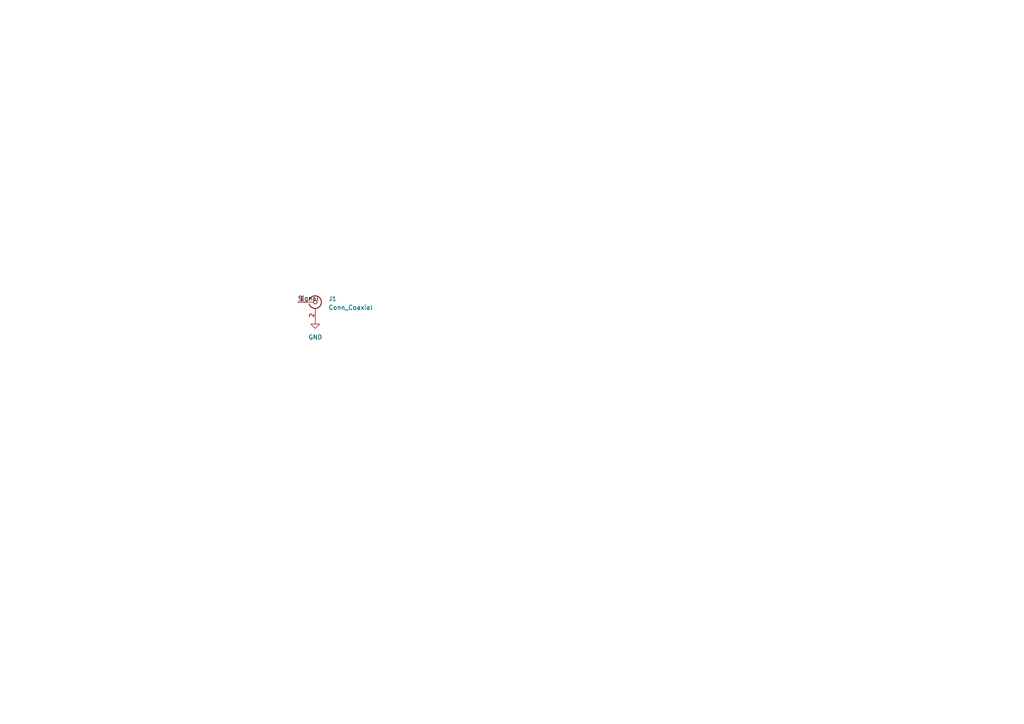
<source format=kicad_sch>
(kicad_sch (version 20250114) (generator "eeschema") (generator_version "9.0")
  (paper "A4")
  (lib_symbols
    (symbol "Connector:Conn_Coaxial" (pin_names (offset 1.016) (hide yes))
      (property "Reference" "J" (at 0.254 3.048 0))
      (property "Value" "Conn_Coaxial" (at 2.921 0 90))
      (symbol "Conn_Coaxial_0_1"
        (polyline (pts (xy -2.54 0) (xy -0.508 0)))
        (arc (start 1.778 0) (mid 0.222 -1.8079) (end -1.778 -0.508) (stroke (width 0.254)))
        (arc (start -1.778 0.508) (mid 0.2221 1.8084) (end 1.778 0) (stroke (width 0.254)))
        (circle (center 0 0) (radius 0.508) (stroke (width 0.2032)))
        (polyline (pts (xy 0 -2.54) (xy 0 -1.778)))
      )
      (symbol "Conn_Coaxial_1_1"
        (pin passive line (at -5.08 0 0) (length 2.54) (name "In") (number "1"))
        (pin passive line (at 0 -5.08 90) (length 2.54) (name "Ext") (number "2"))
      )
    )
    (symbol "power:GND" (power) (pin_numbers (hide yes)) (pin_names (offset 0) (hide yes))
      (property "Value" "GND" (at 0 -3.81 0))
      (symbol "GND_0_1"
        (polyline (pts (xy 0 0) (xy 0 -1.27) (xy 1.27 -1.27) (xy 0 -2.54) (xy -1.27 -1.27) (xy 0 -1.27)))
      )
      (symbol "GND_1_1"
        (pin power_in line (at 0 0 270) (length 0) (name "~") (number "1"))
      )
    )
  )
  (label "Signal" (at 86.36 87.63 0))
  (symbol (lib_id "Connector:Conn_Coaxial") (at 91.44 87.63 0) (unit 1)
    (property "Reference" "J1" (at 95.25 86.6531 0) (effects (justify left)))
    (property "Value" "Conn_Coaxial" (at 95.25 89.1931 0) (effects (justify left)))
    (property "Footprint" "Connector_Coaxial:SMA_Amphenol_132289_EdgeMount" (effects (hide yes)))
    (property "Description" "coaxial connector (BNC, SMA, SMB, SMC, Cinch/RCA, LEMO, ...)" (effects (hide yes)))
  )
  (symbol (lib_id "power:GND") (at 91.44 92.71 0) (unit 1)
    (property "Reference" "#PWR01" (effects (hide yes)))
    (property "Value" "GND" (at 91.44 97.79 0))
    (property "Description" "Power symbol creates a global label with name \"GND\" , ground" (effects (hide yes)))
  )
)
</source>
